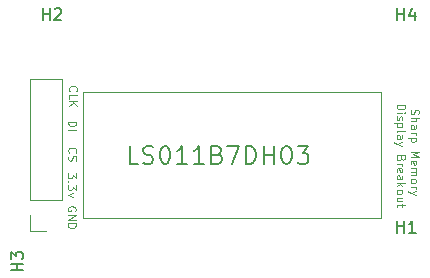
<source format=gbr>
%TF.GenerationSoftware,KiCad,Pcbnew,(5.1.10-1-10_14)*%
%TF.CreationDate,2021-08-16T11:19:27+07:00*%
%TF.ProjectId,sharp_memory_display,73686172-705f-46d6-956d-6f72795f6469,rev?*%
%TF.SameCoordinates,Original*%
%TF.FileFunction,Legend,Top*%
%TF.FilePolarity,Positive*%
%FSLAX46Y46*%
G04 Gerber Fmt 4.6, Leading zero omitted, Abs format (unit mm)*
G04 Created by KiCad (PCBNEW (5.1.10-1-10_14)) date 2021-08-16 11:19:27*
%MOMM*%
%LPD*%
G01*
G04 APERTURE LIST*
%ADD10C,0.120000*%
%ADD11C,0.150000*%
%ADD12C,0.125000*%
G04 APERTURE END LIST*
D10*
X55154308Y-26623722D02*
X55120975Y-26723722D01*
X55120975Y-26890389D01*
X55154308Y-26957055D01*
X55187642Y-26990389D01*
X55254308Y-27023722D01*
X55320975Y-27023722D01*
X55387642Y-26990389D01*
X55420975Y-26957055D01*
X55454308Y-26890389D01*
X55487642Y-26757055D01*
X55520975Y-26690389D01*
X55554308Y-26657055D01*
X55620975Y-26623722D01*
X55687642Y-26623722D01*
X55754308Y-26657055D01*
X55787642Y-26690389D01*
X55820975Y-26757055D01*
X55820975Y-26923722D01*
X55787642Y-27023722D01*
X55120975Y-27323722D02*
X55820975Y-27323722D01*
X55120975Y-27623722D02*
X55487642Y-27623722D01*
X55554308Y-27590389D01*
X55587642Y-27523722D01*
X55587642Y-27423722D01*
X55554308Y-27357055D01*
X55520975Y-27323722D01*
X55120975Y-28257055D02*
X55487642Y-28257055D01*
X55554308Y-28223722D01*
X55587642Y-28157055D01*
X55587642Y-28023722D01*
X55554308Y-27957055D01*
X55154308Y-28257055D02*
X55120975Y-28190389D01*
X55120975Y-28023722D01*
X55154308Y-27957055D01*
X55220975Y-27923722D01*
X55287642Y-27923722D01*
X55354308Y-27957055D01*
X55387642Y-28023722D01*
X55387642Y-28190389D01*
X55420975Y-28257055D01*
X55120975Y-28590389D02*
X55587642Y-28590389D01*
X55454308Y-28590389D02*
X55520975Y-28623722D01*
X55554308Y-28657055D01*
X55587642Y-28723722D01*
X55587642Y-28790389D01*
X55587642Y-29023722D02*
X54887642Y-29023722D01*
X55554308Y-29023722D02*
X55587642Y-29090389D01*
X55587642Y-29223722D01*
X55554308Y-29290389D01*
X55520975Y-29323722D01*
X55454308Y-29357055D01*
X55254308Y-29357055D01*
X55187642Y-29323722D01*
X55154308Y-29290389D01*
X55120975Y-29223722D01*
X55120975Y-29090389D01*
X55154308Y-29023722D01*
X55120975Y-30190389D02*
X55820975Y-30190389D01*
X55320975Y-30423722D01*
X55820975Y-30657055D01*
X55120975Y-30657055D01*
X55154308Y-31257055D02*
X55120975Y-31190389D01*
X55120975Y-31057055D01*
X55154308Y-30990389D01*
X55220975Y-30957055D01*
X55487642Y-30957055D01*
X55554308Y-30990389D01*
X55587642Y-31057055D01*
X55587642Y-31190389D01*
X55554308Y-31257055D01*
X55487642Y-31290389D01*
X55420975Y-31290389D01*
X55354308Y-30957055D01*
X55120975Y-31590389D02*
X55587642Y-31590389D01*
X55520975Y-31590389D02*
X55554308Y-31623722D01*
X55587642Y-31690389D01*
X55587642Y-31790389D01*
X55554308Y-31857055D01*
X55487642Y-31890389D01*
X55120975Y-31890389D01*
X55487642Y-31890389D02*
X55554308Y-31923722D01*
X55587642Y-31990389D01*
X55587642Y-32090389D01*
X55554308Y-32157055D01*
X55487642Y-32190389D01*
X55120975Y-32190389D01*
X55120975Y-32623722D02*
X55154308Y-32557055D01*
X55187642Y-32523722D01*
X55254308Y-32490389D01*
X55454308Y-32490389D01*
X55520975Y-32523722D01*
X55554308Y-32557055D01*
X55587642Y-32623722D01*
X55587642Y-32723722D01*
X55554308Y-32790389D01*
X55520975Y-32823722D01*
X55454308Y-32857055D01*
X55254308Y-32857055D01*
X55187642Y-32823722D01*
X55154308Y-32790389D01*
X55120975Y-32723722D01*
X55120975Y-32623722D01*
X55120975Y-33157055D02*
X55587642Y-33157055D01*
X55454308Y-33157055D02*
X55520975Y-33190389D01*
X55554308Y-33223722D01*
X55587642Y-33290389D01*
X55587642Y-33357055D01*
X55587642Y-33523722D02*
X55120975Y-33690389D01*
X55587642Y-33857055D02*
X55120975Y-33690389D01*
X54954308Y-33623722D01*
X54920975Y-33590389D01*
X54887642Y-33523722D01*
X53950975Y-26207055D02*
X54650975Y-26207055D01*
X54650975Y-26373722D01*
X54617642Y-26473722D01*
X54550975Y-26540389D01*
X54484308Y-26573722D01*
X54350975Y-26607055D01*
X54250975Y-26607055D01*
X54117642Y-26573722D01*
X54050975Y-26540389D01*
X53984308Y-26473722D01*
X53950975Y-26373722D01*
X53950975Y-26207055D01*
X53950975Y-26907055D02*
X54417642Y-26907055D01*
X54650975Y-26907055D02*
X54617642Y-26873722D01*
X54584308Y-26907055D01*
X54617642Y-26940389D01*
X54650975Y-26907055D01*
X54584308Y-26907055D01*
X53984308Y-27207055D02*
X53950975Y-27273722D01*
X53950975Y-27407055D01*
X53984308Y-27473722D01*
X54050975Y-27507055D01*
X54084308Y-27507055D01*
X54150975Y-27473722D01*
X54184308Y-27407055D01*
X54184308Y-27307055D01*
X54217642Y-27240389D01*
X54284308Y-27207055D01*
X54317642Y-27207055D01*
X54384308Y-27240389D01*
X54417642Y-27307055D01*
X54417642Y-27407055D01*
X54384308Y-27473722D01*
X54417642Y-27807055D02*
X53717642Y-27807055D01*
X54384308Y-27807055D02*
X54417642Y-27873722D01*
X54417642Y-28007055D01*
X54384308Y-28073722D01*
X54350975Y-28107055D01*
X54284308Y-28140389D01*
X54084308Y-28140389D01*
X54017642Y-28107055D01*
X53984308Y-28073722D01*
X53950975Y-28007055D01*
X53950975Y-27873722D01*
X53984308Y-27807055D01*
X53950975Y-28540389D02*
X53984308Y-28473722D01*
X54050975Y-28440389D01*
X54650975Y-28440389D01*
X53950975Y-29107055D02*
X54317642Y-29107055D01*
X54384308Y-29073722D01*
X54417642Y-29007055D01*
X54417642Y-28873722D01*
X54384308Y-28807055D01*
X53984308Y-29107055D02*
X53950975Y-29040389D01*
X53950975Y-28873722D01*
X53984308Y-28807055D01*
X54050975Y-28773722D01*
X54117642Y-28773722D01*
X54184308Y-28807055D01*
X54217642Y-28873722D01*
X54217642Y-29040389D01*
X54250975Y-29107055D01*
X54417642Y-29373722D02*
X53950975Y-29540389D01*
X54417642Y-29707055D02*
X53950975Y-29540389D01*
X53784308Y-29473722D01*
X53750975Y-29440389D01*
X53717642Y-29373722D01*
X54317642Y-30740389D02*
X54284308Y-30840389D01*
X54250975Y-30873722D01*
X54184308Y-30907055D01*
X54084308Y-30907055D01*
X54017642Y-30873722D01*
X53984308Y-30840389D01*
X53950975Y-30773722D01*
X53950975Y-30507055D01*
X54650975Y-30507055D01*
X54650975Y-30740389D01*
X54617642Y-30807055D01*
X54584308Y-30840389D01*
X54517642Y-30873722D01*
X54450975Y-30873722D01*
X54384308Y-30840389D01*
X54350975Y-30807055D01*
X54317642Y-30740389D01*
X54317642Y-30507055D01*
X53950975Y-31207055D02*
X54417642Y-31207055D01*
X54284308Y-31207055D02*
X54350975Y-31240389D01*
X54384308Y-31273722D01*
X54417642Y-31340389D01*
X54417642Y-31407055D01*
X53984308Y-31907055D02*
X53950975Y-31840389D01*
X53950975Y-31707055D01*
X53984308Y-31640389D01*
X54050975Y-31607055D01*
X54317642Y-31607055D01*
X54384308Y-31640389D01*
X54417642Y-31707055D01*
X54417642Y-31840389D01*
X54384308Y-31907055D01*
X54317642Y-31940389D01*
X54250975Y-31940389D01*
X54184308Y-31607055D01*
X53950975Y-32540389D02*
X54317642Y-32540389D01*
X54384308Y-32507055D01*
X54417642Y-32440389D01*
X54417642Y-32307055D01*
X54384308Y-32240389D01*
X53984308Y-32540389D02*
X53950975Y-32473722D01*
X53950975Y-32307055D01*
X53984308Y-32240389D01*
X54050975Y-32207055D01*
X54117642Y-32207055D01*
X54184308Y-32240389D01*
X54217642Y-32307055D01*
X54217642Y-32473722D01*
X54250975Y-32540389D01*
X53950975Y-32873722D02*
X54650975Y-32873722D01*
X54217642Y-32940389D02*
X53950975Y-33140389D01*
X54417642Y-33140389D02*
X54150975Y-32873722D01*
X53950975Y-33540389D02*
X53984308Y-33473722D01*
X54017642Y-33440389D01*
X54084308Y-33407055D01*
X54284308Y-33407055D01*
X54350975Y-33440389D01*
X54384308Y-33473722D01*
X54417642Y-33540389D01*
X54417642Y-33640389D01*
X54384308Y-33707055D01*
X54350975Y-33740389D01*
X54284308Y-33773722D01*
X54084308Y-33773722D01*
X54017642Y-33740389D01*
X53984308Y-33707055D01*
X53950975Y-33640389D01*
X53950975Y-33540389D01*
X54417642Y-34373722D02*
X53950975Y-34373722D01*
X54417642Y-34073722D02*
X54050975Y-34073722D01*
X53984308Y-34107055D01*
X53950975Y-34173722D01*
X53950975Y-34273722D01*
X53984308Y-34340389D01*
X54017642Y-34373722D01*
X54417642Y-34607055D02*
X54417642Y-34873722D01*
X54650975Y-34707055D02*
X54050975Y-34707055D01*
X53984308Y-34740389D01*
X53950975Y-34807055D01*
X53950975Y-34873722D01*
D11*
X32052641Y-31218960D02*
X31338356Y-31218960D01*
X31338356Y-29718960D01*
X32481213Y-31147531D02*
X32695499Y-31218960D01*
X33052642Y-31218960D01*
X33195499Y-31147531D01*
X33266927Y-31076103D01*
X33338356Y-30933246D01*
X33338356Y-30790389D01*
X33266927Y-30647531D01*
X33195499Y-30576103D01*
X33052642Y-30504674D01*
X32766927Y-30433246D01*
X32624070Y-30361817D01*
X32552642Y-30290389D01*
X32481213Y-30147531D01*
X32481213Y-30004674D01*
X32552642Y-29861817D01*
X32624070Y-29790389D01*
X32766927Y-29718960D01*
X33124070Y-29718960D01*
X33338356Y-29790389D01*
X34266927Y-29718960D02*
X34409784Y-29718960D01*
X34552642Y-29790389D01*
X34624070Y-29861817D01*
X34695499Y-30004674D01*
X34766927Y-30290389D01*
X34766927Y-30647531D01*
X34695499Y-30933246D01*
X34624070Y-31076103D01*
X34552642Y-31147531D01*
X34409784Y-31218960D01*
X34266927Y-31218960D01*
X34124070Y-31147531D01*
X34052642Y-31076103D01*
X33981213Y-30933246D01*
X33909784Y-30647531D01*
X33909784Y-30290389D01*
X33981213Y-30004674D01*
X34052642Y-29861817D01*
X34124070Y-29790389D01*
X34266927Y-29718960D01*
X36195499Y-31218960D02*
X35338356Y-31218960D01*
X35766927Y-31218960D02*
X35766927Y-29718960D01*
X35624070Y-29933246D01*
X35481213Y-30076103D01*
X35338356Y-30147531D01*
X37624070Y-31218960D02*
X36766927Y-31218960D01*
X37195499Y-31218960D02*
X37195499Y-29718960D01*
X37052642Y-29933246D01*
X36909784Y-30076103D01*
X36766927Y-30147531D01*
X38766927Y-30433246D02*
X38981213Y-30504674D01*
X39052642Y-30576103D01*
X39124070Y-30718960D01*
X39124070Y-30933246D01*
X39052642Y-31076103D01*
X38981213Y-31147531D01*
X38838356Y-31218960D01*
X38266927Y-31218960D01*
X38266927Y-29718960D01*
X38766927Y-29718960D01*
X38909784Y-29790389D01*
X38981213Y-29861817D01*
X39052642Y-30004674D01*
X39052642Y-30147531D01*
X38981213Y-30290389D01*
X38909784Y-30361817D01*
X38766927Y-30433246D01*
X38266927Y-30433246D01*
X39624070Y-29718960D02*
X40624070Y-29718960D01*
X39981213Y-31218960D01*
X41195499Y-31218960D02*
X41195499Y-29718960D01*
X41552642Y-29718960D01*
X41766927Y-29790389D01*
X41909784Y-29933246D01*
X41981213Y-30076103D01*
X42052642Y-30361817D01*
X42052642Y-30576103D01*
X41981213Y-30861817D01*
X41909784Y-31004674D01*
X41766927Y-31147531D01*
X41552642Y-31218960D01*
X41195499Y-31218960D01*
X42695499Y-31218960D02*
X42695499Y-29718960D01*
X42695499Y-30433246D02*
X43552642Y-30433246D01*
X43552642Y-31218960D02*
X43552642Y-29718960D01*
X44552642Y-29718960D02*
X44695499Y-29718960D01*
X44838356Y-29790389D01*
X44909784Y-29861817D01*
X44981213Y-30004674D01*
X45052642Y-30290389D01*
X45052642Y-30647531D01*
X44981213Y-30933246D01*
X44909784Y-31076103D01*
X44838356Y-31147531D01*
X44695499Y-31218960D01*
X44552642Y-31218960D01*
X44409784Y-31147531D01*
X44338356Y-31076103D01*
X44266927Y-30933246D01*
X44195499Y-30647531D01*
X44195499Y-30290389D01*
X44266927Y-30004674D01*
X44338356Y-29861817D01*
X44409784Y-29790389D01*
X44552642Y-29718960D01*
X45552642Y-29718960D02*
X46481213Y-29718960D01*
X45981213Y-30290389D01*
X46195499Y-30290389D01*
X46338356Y-30361817D01*
X46409784Y-30433246D01*
X46481213Y-30576103D01*
X46481213Y-30933246D01*
X46409784Y-31076103D01*
X46338356Y-31147531D01*
X46195499Y-31218960D01*
X45766927Y-31218960D01*
X45624070Y-31147531D01*
X45552642Y-31076103D01*
D10*
X52652642Y-35840389D02*
X52652642Y-25140389D01*
X27402642Y-35840389D02*
X52652642Y-35840389D01*
X27402642Y-25140389D02*
X27402642Y-35840389D01*
X52652642Y-25140389D02*
X27402642Y-25140389D01*
D12*
X26252642Y-25073722D02*
X26219308Y-25040389D01*
X26185975Y-24940389D01*
X26185975Y-24873722D01*
X26219308Y-24773722D01*
X26285975Y-24707055D01*
X26352642Y-24673722D01*
X26485975Y-24640389D01*
X26585975Y-24640389D01*
X26719308Y-24673722D01*
X26785975Y-24707055D01*
X26852642Y-24773722D01*
X26885975Y-24873722D01*
X26885975Y-24940389D01*
X26852642Y-25040389D01*
X26819308Y-25073722D01*
X26185975Y-25707055D02*
X26185975Y-25373722D01*
X26885975Y-25373722D01*
X26185975Y-25940389D02*
X26885975Y-25940389D01*
X26185975Y-26340389D02*
X26585975Y-26040389D01*
X26885975Y-26340389D02*
X26485975Y-25940389D01*
X26135975Y-27640389D02*
X26835975Y-27640389D01*
X26835975Y-27807055D01*
X26802642Y-27907055D01*
X26735975Y-27973722D01*
X26669308Y-28007055D01*
X26535975Y-28040389D01*
X26435975Y-28040389D01*
X26302642Y-28007055D01*
X26235975Y-27973722D01*
X26169308Y-27907055D01*
X26135975Y-27807055D01*
X26135975Y-27640389D01*
X26135975Y-28340389D02*
X26835975Y-28340389D01*
X26202642Y-30273722D02*
X26169308Y-30240389D01*
X26135975Y-30140389D01*
X26135975Y-30073722D01*
X26169308Y-29973722D01*
X26235975Y-29907055D01*
X26302642Y-29873722D01*
X26435975Y-29840389D01*
X26535975Y-29840389D01*
X26669308Y-29873722D01*
X26735975Y-29907055D01*
X26802642Y-29973722D01*
X26835975Y-30073722D01*
X26835975Y-30140389D01*
X26802642Y-30240389D01*
X26769308Y-30273722D01*
X26169308Y-30540389D02*
X26135975Y-30640389D01*
X26135975Y-30807055D01*
X26169308Y-30873722D01*
X26202642Y-30907055D01*
X26269308Y-30940389D01*
X26335975Y-30940389D01*
X26402642Y-30907055D01*
X26435975Y-30873722D01*
X26469308Y-30807055D01*
X26502642Y-30673722D01*
X26535975Y-30607055D01*
X26569308Y-30573722D01*
X26635975Y-30540389D01*
X26702642Y-30540389D01*
X26769308Y-30573722D01*
X26802642Y-30607055D01*
X26835975Y-30673722D01*
X26835975Y-30840389D01*
X26802642Y-30940389D01*
X26785975Y-31990389D02*
X26785975Y-32423722D01*
X26519308Y-32190389D01*
X26519308Y-32290389D01*
X26485975Y-32357055D01*
X26452642Y-32390389D01*
X26385975Y-32423722D01*
X26219308Y-32423722D01*
X26152642Y-32390389D01*
X26119308Y-32357055D01*
X26085975Y-32290389D01*
X26085975Y-32090389D01*
X26119308Y-32023722D01*
X26152642Y-31990389D01*
X26152642Y-32723722D02*
X26119308Y-32757055D01*
X26085975Y-32723722D01*
X26119308Y-32690389D01*
X26152642Y-32723722D01*
X26085975Y-32723722D01*
X26785975Y-32990389D02*
X26785975Y-33423722D01*
X26519308Y-33190389D01*
X26519308Y-33290389D01*
X26485975Y-33357055D01*
X26452642Y-33390389D01*
X26385975Y-33423722D01*
X26219308Y-33423722D01*
X26152642Y-33390389D01*
X26119308Y-33357055D01*
X26085975Y-33290389D01*
X26085975Y-33090389D01*
X26119308Y-33023722D01*
X26152642Y-32990389D01*
X26552642Y-33657055D02*
X26085975Y-33823722D01*
X26552642Y-33990389D01*
X26752642Y-35207055D02*
X26785975Y-35140389D01*
X26785975Y-35040389D01*
X26752642Y-34940389D01*
X26685975Y-34873722D01*
X26619308Y-34840389D01*
X26485975Y-34807055D01*
X26385975Y-34807055D01*
X26252642Y-34840389D01*
X26185975Y-34873722D01*
X26119308Y-34940389D01*
X26085975Y-35040389D01*
X26085975Y-35107055D01*
X26119308Y-35207055D01*
X26152642Y-35240389D01*
X26385975Y-35240389D01*
X26385975Y-35107055D01*
X26085975Y-35540389D02*
X26785975Y-35540389D01*
X26085975Y-35940389D01*
X26785975Y-35940389D01*
X26085975Y-36273722D02*
X26785975Y-36273722D01*
X26785975Y-36440389D01*
X26752642Y-36540389D01*
X26685975Y-36607055D01*
X26619308Y-36640389D01*
X26485975Y-36673722D01*
X26385975Y-36673722D01*
X26252642Y-36640389D01*
X26185975Y-36607055D01*
X26119308Y-36540389D01*
X26085975Y-36440389D01*
X26085975Y-36273722D01*
D10*
%TO.C,J1*%
X25582600Y-34300400D02*
X22922600Y-34300400D01*
X25582600Y-34300400D02*
X25582600Y-24080400D01*
X25582600Y-24080400D02*
X22922600Y-24080400D01*
X22922600Y-34300400D02*
X22922600Y-24080400D01*
X22922600Y-36900400D02*
X22922600Y-35570400D01*
X24252600Y-36900400D02*
X22922600Y-36900400D01*
%TO.C,H4*%
D11*
X53990737Y-19042769D02*
X53990737Y-18042769D01*
X53990737Y-18518960D02*
X54562165Y-18518960D01*
X54562165Y-19042769D02*
X54562165Y-18042769D01*
X55466927Y-18376103D02*
X55466927Y-19042769D01*
X55228832Y-17995150D02*
X54990737Y-18709436D01*
X55609784Y-18709436D01*
%TO.C,H3*%
X22305022Y-40252293D02*
X21305022Y-40252293D01*
X21781213Y-40252293D02*
X21781213Y-39680865D01*
X22305022Y-39680865D02*
X21305022Y-39680865D01*
X21305022Y-39299912D02*
X21305022Y-38680865D01*
X21685975Y-39014198D01*
X21685975Y-38871341D01*
X21733594Y-38776103D01*
X21781213Y-38728484D01*
X21876451Y-38680865D01*
X22114546Y-38680865D01*
X22209784Y-38728484D01*
X22257403Y-38776103D01*
X22305022Y-38871341D01*
X22305022Y-39157055D01*
X22257403Y-39252293D01*
X22209784Y-39299912D01*
%TO.C,H2*%
X23990737Y-19042769D02*
X23990737Y-18042769D01*
X23990737Y-18518960D02*
X24562165Y-18518960D01*
X24562165Y-19042769D02*
X24562165Y-18042769D01*
X24990737Y-18138008D02*
X25038356Y-18090389D01*
X25133594Y-18042769D01*
X25371689Y-18042769D01*
X25466927Y-18090389D01*
X25514546Y-18138008D01*
X25562165Y-18233246D01*
X25562165Y-18328484D01*
X25514546Y-18471341D01*
X24943118Y-19042769D01*
X25562165Y-19042769D01*
%TO.C,H1*%
X53990737Y-37042769D02*
X53990737Y-36042769D01*
X53990737Y-36518960D02*
X54562165Y-36518960D01*
X54562165Y-37042769D02*
X54562165Y-36042769D01*
X55562165Y-37042769D02*
X54990737Y-37042769D01*
X55276451Y-37042769D02*
X55276451Y-36042769D01*
X55181213Y-36185627D01*
X55085975Y-36280865D01*
X54990737Y-36328484D01*
%TD*%
M02*

</source>
